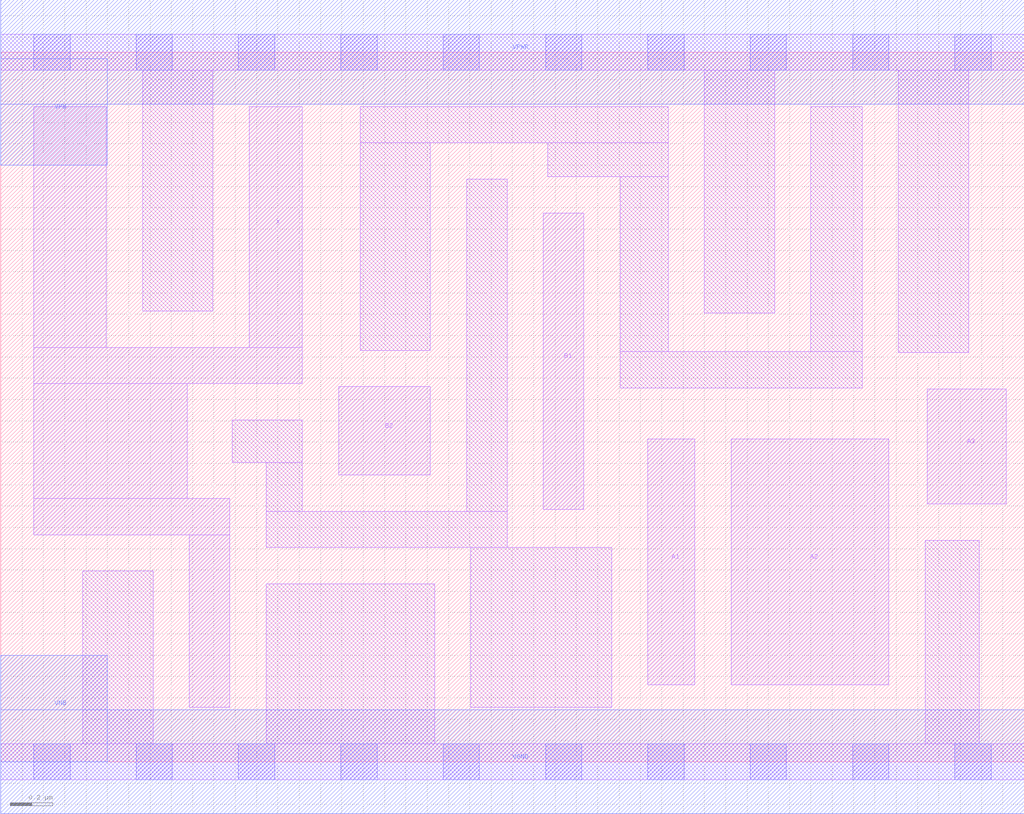
<source format=lef>
# Copyright 2020 The SkyWater PDK Authors
#
# Licensed under the Apache License, Version 2.0 (the "License");
# you may not use this file except in compliance with the License.
# You may obtain a copy of the License at
#
#     https://www.apache.org/licenses/LICENSE-2.0
#
# Unless required by applicable law or agreed to in writing, software
# distributed under the License is distributed on an "AS IS" BASIS,
# WITHOUT WARRANTIES OR CONDITIONS OF ANY KIND, either express or implied.
# See the License for the specific language governing permissions and
# limitations under the License.
#
# SPDX-License-Identifier: Apache-2.0

VERSION 5.5 ;
NAMESCASESENSITIVE ON ;
BUSBITCHARS "[]" ;
DIVIDERCHAR "/" ;
MACRO sky130_fd_sc_lp__a32o_2
  CLASS CORE ;
  SOURCE USER ;
  ORIGIN  0.000000  0.000000 ;
  SIZE  4.800000 BY  3.330000 ;
  SYMMETRY X Y R90 ;
  SITE unit ;
  PIN A1
    ANTENNAGATEAREA  0.315000 ;
    DIRECTION INPUT ;
    USE SIGNAL ;
    PORT
      LAYER li1 ;
        RECT 3.035000 0.360000 3.255000 1.515000 ;
    END
  END A1
  PIN A2
    ANTENNAGATEAREA  0.315000 ;
    DIRECTION INPUT ;
    USE SIGNAL ;
    PORT
      LAYER li1 ;
        RECT 3.425000 0.360000 4.165000 1.515000 ;
    END
  END A2
  PIN A3
    ANTENNAGATEAREA  0.315000 ;
    DIRECTION INPUT ;
    USE SIGNAL ;
    PORT
      LAYER li1 ;
        RECT 4.345000 1.210000 4.715000 1.750000 ;
    END
  END A3
  PIN B1
    ANTENNAGATEAREA  0.315000 ;
    DIRECTION INPUT ;
    USE SIGNAL ;
    PORT
      LAYER li1 ;
        RECT 2.545000 1.185000 2.735000 2.575000 ;
    END
  END B1
  PIN B2
    ANTENNAGATEAREA  0.315000 ;
    DIRECTION INPUT ;
    USE SIGNAL ;
    PORT
      LAYER li1 ;
        RECT 1.585000 1.345000 2.015000 1.760000 ;
    END
  END B2
  PIN X
    ANTENNADIFFAREA  0.903000 ;
    DIRECTION OUTPUT ;
    USE SIGNAL ;
    PORT
      LAYER li1 ;
        RECT 0.155000 1.065000 1.075000 1.235000 ;
        RECT 0.155000 1.235000 0.875000 1.775000 ;
        RECT 0.155000 1.775000 1.415000 1.945000 ;
        RECT 0.155000 1.945000 0.495000 3.075000 ;
        RECT 0.885000 0.255000 1.075000 1.065000 ;
        RECT 1.165000 1.945000 1.415000 3.075000 ;
    END
  END X
  PIN VGND
    DIRECTION INOUT ;
    USE GROUND ;
    PORT
      LAYER met1 ;
        RECT 0.000000 -0.245000 4.800000 0.245000 ;
    END
  END VGND
  PIN VNB
    DIRECTION INOUT ;
    USE GROUND ;
    PORT
    END
  END VNB
  PIN VPB
    DIRECTION INOUT ;
    USE POWER ;
    PORT
    END
  END VPB
  PIN VNB
    DIRECTION INOUT ;
    USE GROUND ;
    PORT
      LAYER met1 ;
        RECT 0.000000 0.000000 0.500000 0.500000 ;
    END
  END VNB
  PIN VPB
    DIRECTION INOUT ;
    USE POWER ;
    PORT
      LAYER met1 ;
        RECT 0.000000 2.800000 0.500000 3.300000 ;
    END
  END VPB
  PIN VPWR
    DIRECTION INOUT ;
    USE POWER ;
    PORT
      LAYER met1 ;
        RECT 0.000000 3.085000 4.800000 3.575000 ;
    END
  END VPWR
  OBS
    LAYER li1 ;
      RECT 0.000000 -0.085000 4.800000 0.085000 ;
      RECT 0.000000  3.245000 4.800000 3.415000 ;
      RECT 0.385000  0.085000 0.715000 0.895000 ;
      RECT 0.665000  2.115000 0.995000 3.245000 ;
      RECT 1.085000  1.405000 1.415000 1.605000 ;
      RECT 1.245000  0.085000 2.035000 0.835000 ;
      RECT 1.245000  1.005000 2.375000 1.175000 ;
      RECT 1.245000  1.175000 1.415000 1.405000 ;
      RECT 1.685000  1.930000 2.015000 2.905000 ;
      RECT 1.685000  2.905000 3.130000 3.075000 ;
      RECT 2.185000  1.175000 2.375000 2.735000 ;
      RECT 2.205000  0.255000 2.865000 1.005000 ;
      RECT 2.565000  2.745000 3.130000 2.905000 ;
      RECT 2.905000  1.755000 4.040000 1.925000 ;
      RECT 2.905000  1.925000 3.130000 2.745000 ;
      RECT 3.300000  2.105000 3.630000 3.245000 ;
      RECT 3.800000  1.925000 4.040000 3.075000 ;
      RECT 4.210000  1.920000 4.540000 3.245000 ;
      RECT 4.335000  0.085000 4.590000 1.040000 ;
    LAYER mcon ;
      RECT 0.155000 -0.085000 0.325000 0.085000 ;
      RECT 0.155000  3.245000 0.325000 3.415000 ;
      RECT 0.635000 -0.085000 0.805000 0.085000 ;
      RECT 0.635000  3.245000 0.805000 3.415000 ;
      RECT 1.115000 -0.085000 1.285000 0.085000 ;
      RECT 1.115000  3.245000 1.285000 3.415000 ;
      RECT 1.595000 -0.085000 1.765000 0.085000 ;
      RECT 1.595000  3.245000 1.765000 3.415000 ;
      RECT 2.075000 -0.085000 2.245000 0.085000 ;
      RECT 2.075000  3.245000 2.245000 3.415000 ;
      RECT 2.555000 -0.085000 2.725000 0.085000 ;
      RECT 2.555000  3.245000 2.725000 3.415000 ;
      RECT 3.035000 -0.085000 3.205000 0.085000 ;
      RECT 3.035000  3.245000 3.205000 3.415000 ;
      RECT 3.515000 -0.085000 3.685000 0.085000 ;
      RECT 3.515000  3.245000 3.685000 3.415000 ;
      RECT 3.995000 -0.085000 4.165000 0.085000 ;
      RECT 3.995000  3.245000 4.165000 3.415000 ;
      RECT 4.475000 -0.085000 4.645000 0.085000 ;
      RECT 4.475000  3.245000 4.645000 3.415000 ;
  END
END sky130_fd_sc_lp__a32o_2
END LIBRARY

</source>
